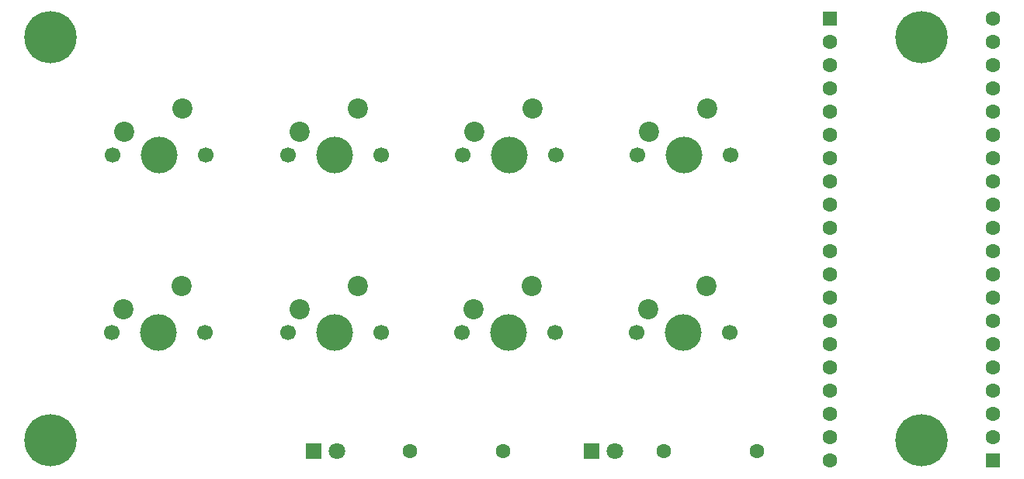
<source format=gts>
G04 #@! TF.GenerationSoftware,KiCad,Pcbnew,9.0.4*
G04 #@! TF.CreationDate,2025-09-20T14:32:32-07:00*
G04 #@! TF.ProjectId,Macro_Pad,4d616372-6f5f-4506-9164-2e6b69636164,rev?*
G04 #@! TF.SameCoordinates,Original*
G04 #@! TF.FileFunction,Soldermask,Top*
G04 #@! TF.FilePolarity,Negative*
%FSLAX46Y46*%
G04 Gerber Fmt 4.6, Leading zero omitted, Abs format (unit mm)*
G04 Created by KiCad (PCBNEW 9.0.4) date 2025-09-20 14:32:32*
%MOMM*%
%LPD*%
G01*
G04 APERTURE LIST*
G04 Aperture macros list*
%AMRoundRect*
0 Rectangle with rounded corners*
0 $1 Rounding radius*
0 $2 $3 $4 $5 $6 $7 $8 $9 X,Y pos of 4 corners*
0 Add a 4 corners polygon primitive as box body*
4,1,4,$2,$3,$4,$5,$6,$7,$8,$9,$2,$3,0*
0 Add four circle primitives for the rounded corners*
1,1,$1+$1,$2,$3*
1,1,$1+$1,$4,$5*
1,1,$1+$1,$6,$7*
1,1,$1+$1,$8,$9*
0 Add four rect primitives between the rounded corners*
20,1,$1+$1,$2,$3,$4,$5,0*
20,1,$1+$1,$4,$5,$6,$7,0*
20,1,$1+$1,$6,$7,$8,$9,0*
20,1,$1+$1,$8,$9,$2,$3,0*%
G04 Aperture macros list end*
%ADD10RoundRect,0.102000X-0.695000X0.695000X-0.695000X-0.695000X0.695000X-0.695000X0.695000X0.695000X0*%
%ADD11C,1.594000*%
%ADD12C,3.600000*%
%ADD13C,5.700000*%
%ADD14C,1.600000*%
%ADD15RoundRect,0.102000X0.695000X-0.695000X0.695000X0.695000X-0.695000X0.695000X-0.695000X-0.695000X0*%
%ADD16C,1.700000*%
%ADD17C,4.000000*%
%ADD18C,2.200000*%
%ADD19R,1.800000X1.800000*%
%ADD20C,1.800000*%
G04 APERTURE END LIST*
D10*
X185000000Y-89960000D03*
D11*
X185000000Y-92500000D03*
X185000000Y-95040000D03*
X185000000Y-97580000D03*
X185000000Y-100120000D03*
X185000000Y-102660000D03*
X185000000Y-105200000D03*
X185000000Y-107740000D03*
X185000000Y-110280000D03*
X185000000Y-112820000D03*
X185000000Y-115360000D03*
X185000000Y-117900000D03*
X185000000Y-120440000D03*
X185000000Y-122980000D03*
X185000000Y-125520000D03*
X185000000Y-128060000D03*
X185000000Y-130600000D03*
X185000000Y-133140000D03*
X185000000Y-135680000D03*
X185000000Y-138220000D03*
D12*
X100000000Y-92000000D03*
D13*
X100000000Y-92000000D03*
D14*
X177080000Y-137250000D03*
X166920000Y-137250000D03*
D15*
X202750000Y-138210000D03*
D11*
X202750000Y-135670000D03*
X202750000Y-133130000D03*
X202750000Y-130590000D03*
X202750000Y-128050000D03*
X202750000Y-125510000D03*
X202750000Y-122970000D03*
X202750000Y-120430000D03*
X202750000Y-117890000D03*
X202750000Y-115350000D03*
X202750000Y-112810000D03*
X202750000Y-110270000D03*
X202750000Y-107730000D03*
X202750000Y-105190000D03*
X202750000Y-102650000D03*
X202750000Y-100110000D03*
X202750000Y-97570000D03*
X202750000Y-95030000D03*
X202750000Y-92490000D03*
X202750000Y-89950000D03*
D16*
X144880000Y-124280000D03*
D17*
X149960000Y-124280000D03*
D16*
X155040000Y-124280000D03*
D18*
X152500000Y-119200000D03*
X146150000Y-121740000D03*
D14*
X149330000Y-137250000D03*
X139170000Y-137250000D03*
D16*
X106700000Y-124280000D03*
D17*
X111780000Y-124280000D03*
D16*
X116860000Y-124280000D03*
D18*
X114320000Y-119200000D03*
X107970000Y-121740000D03*
D19*
X128730000Y-137250000D03*
D20*
X131270000Y-137250000D03*
D16*
X164000000Y-104900000D03*
D17*
X169080000Y-104900000D03*
D16*
X174160000Y-104900000D03*
D18*
X171620000Y-99820000D03*
X165270000Y-102360000D03*
D16*
X106760000Y-104900000D03*
D17*
X111840000Y-104900000D03*
D16*
X116920000Y-104900000D03*
D18*
X114380000Y-99820000D03*
X108030000Y-102360000D03*
D16*
X125900000Y-104900000D03*
D17*
X130980000Y-104900000D03*
D16*
X136060000Y-104900000D03*
D18*
X133520000Y-99820000D03*
X127170000Y-102360000D03*
D12*
X195000000Y-136000000D03*
D13*
X195000000Y-136000000D03*
D19*
X158980000Y-137250000D03*
D20*
X161520000Y-137250000D03*
D16*
X125880000Y-124280000D03*
D17*
X130960000Y-124280000D03*
D16*
X136040000Y-124280000D03*
D18*
X133500000Y-119200000D03*
X127150000Y-121740000D03*
D16*
X144940000Y-104900000D03*
D17*
X150020000Y-104900000D03*
D16*
X155100000Y-104900000D03*
D18*
X152560000Y-99820000D03*
X146210000Y-102360000D03*
D12*
X195000000Y-92000000D03*
D13*
X195000000Y-92000000D03*
D16*
X163900000Y-124280000D03*
D17*
X168980000Y-124280000D03*
D16*
X174060000Y-124280000D03*
D18*
X171520000Y-119200000D03*
X165170000Y-121740000D03*
D12*
X100000000Y-136000000D03*
D13*
X100000000Y-136000000D03*
M02*

</source>
